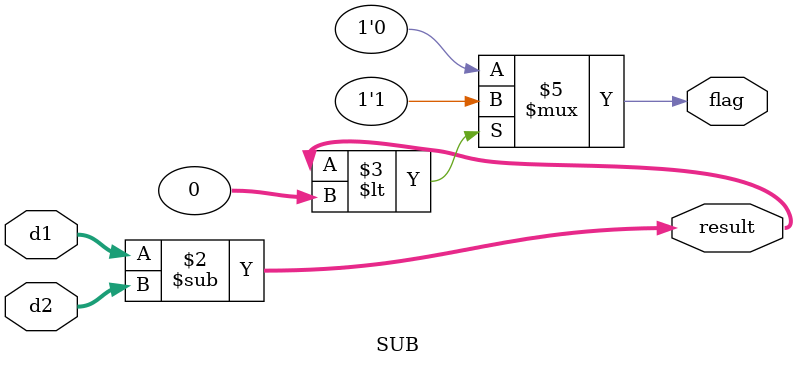
<source format=v>
module SUB(
    output reg signed [7:0] result, // Make result signed
    output reg flag,
    input signed [7:0] d1, d2
);

always @(*) begin
    result = d1 - d2;
    if (result < 0)
        flag = 1'b1;
    else
        flag = 1'b0;
end

endmodule


</source>
